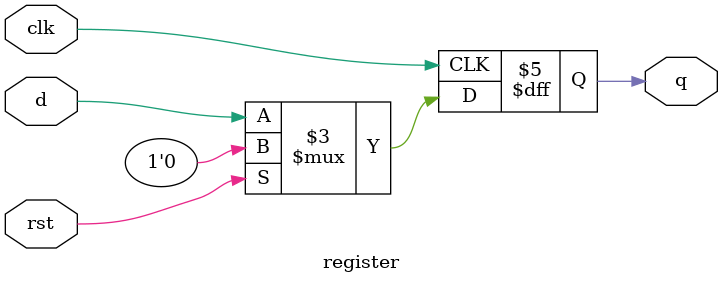
<source format=sv>
`timescale 1ns/1ns 
module register(/*AUTOARG*/
   // Outputs
   q,
   // Inputs
   clk, rst, d
   ); 
   // Outputs
   output q;
   // Inputs
   input clk; 
   input rst;
   input d;
   
 
  /*AUTOREG*/ 
  // Beginning of automatic regs (for this module's undeclared outputs)
  reg			q;
  // End of automatics
  /*AUTOWIRE*/ 
 
always_ff@(posedge clk)
  if(rst)
    q <= 1'b0;
  else
    q <= d;
   
endmodule 
// Local Variables: 
// Verilog-Library-Directories: (".")
// End:

</source>
